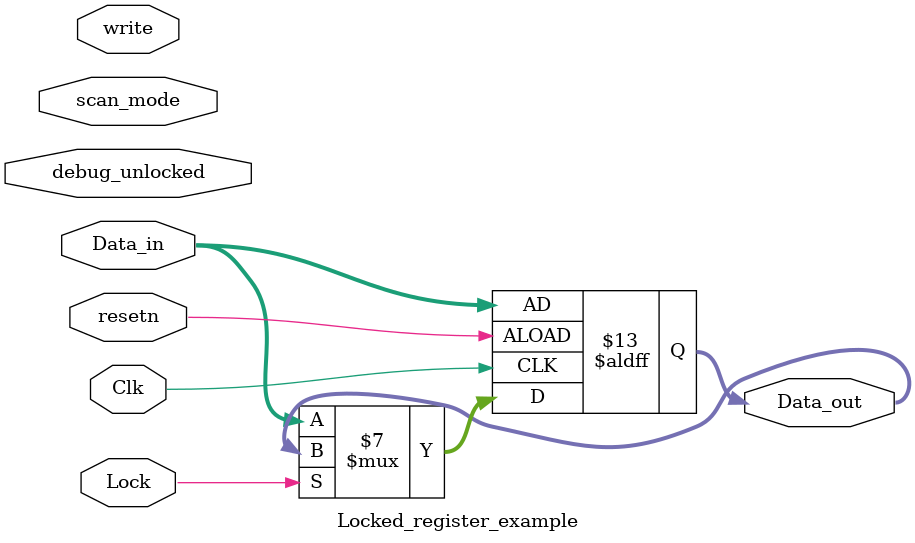
<source format=v>
module Locked_register_example
(
input [15:0] Data_in,
input Clk,
input resetn,
input write,
input Lock,
input scan_mode,
input debug_unlocked,
output reg [15:0] Data_out
);

reg lock_status;

always @(posedge Clk or negedge resetn)
    if (~resetn) // Register is reset resetn
    begin
    lock_status <= 1'b0;
    end
    else if (Lock)
    begin
    lock_status <= 1'b1;
    end
    else if (~Lock)
    begin
    lock_status <= lock_status;
end

//write Data_in into Data_out only if lock_status is 0 
//-copilot next line-
//copilot mean_prob: 0.7421476099750552

always @(posedge Clk or negedge resetn)
    if (~resetn) // Register is reset, resetn
    begin
    Data_out <= Data_in;
    end
    else if (~Lock)
    begin
    Data_out <= Data_in;
    end


endmodule
</source>
